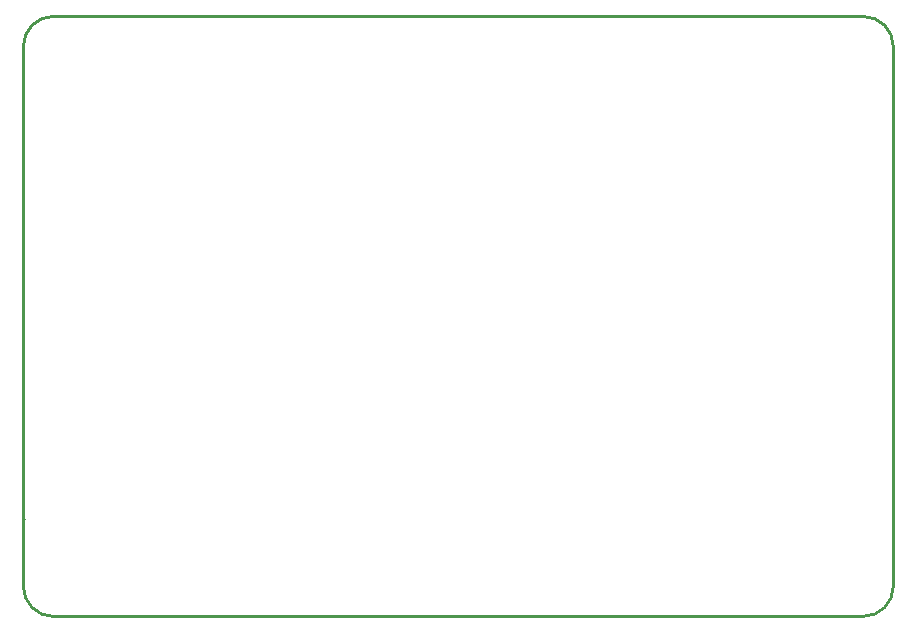
<source format=gko>
G04*
G04 #@! TF.GenerationSoftware,Altium Limited,Altium Designer,24.2.2 (26)*
G04*
G04 Layer_Color=16711935*
%FSLAX44Y44*%
%MOMM*%
G71*
G04*
G04 #@! TF.SameCoordinates,D0D0D645-F3CD-4B60-A7FA-FB90DE8E9CDF*
G04*
G04*
G04 #@! TF.FilePolarity,Positive*
G04*
G01*
G75*
%ADD11C,0.2540*%
D11*
X368300Y120650D02*
G03*
X342900Y146050I-25400J0D01*
G01*
Y-361950D02*
G03*
X368300Y-336550I0J25400D01*
G01*
X-342900Y146050D02*
G03*
X-368300Y120650I0J-25400D01*
G01*
Y-336550D02*
G03*
X-342900Y-361950I25400J0D01*
G01*
X342900D01*
X-342900Y146050D02*
X342900D01*
X368300Y-336550D02*
Y120650D01*
X-368300Y-336550D02*
Y120650D01*
Y-279400D02*
X-368000D01*
M02*

</source>
